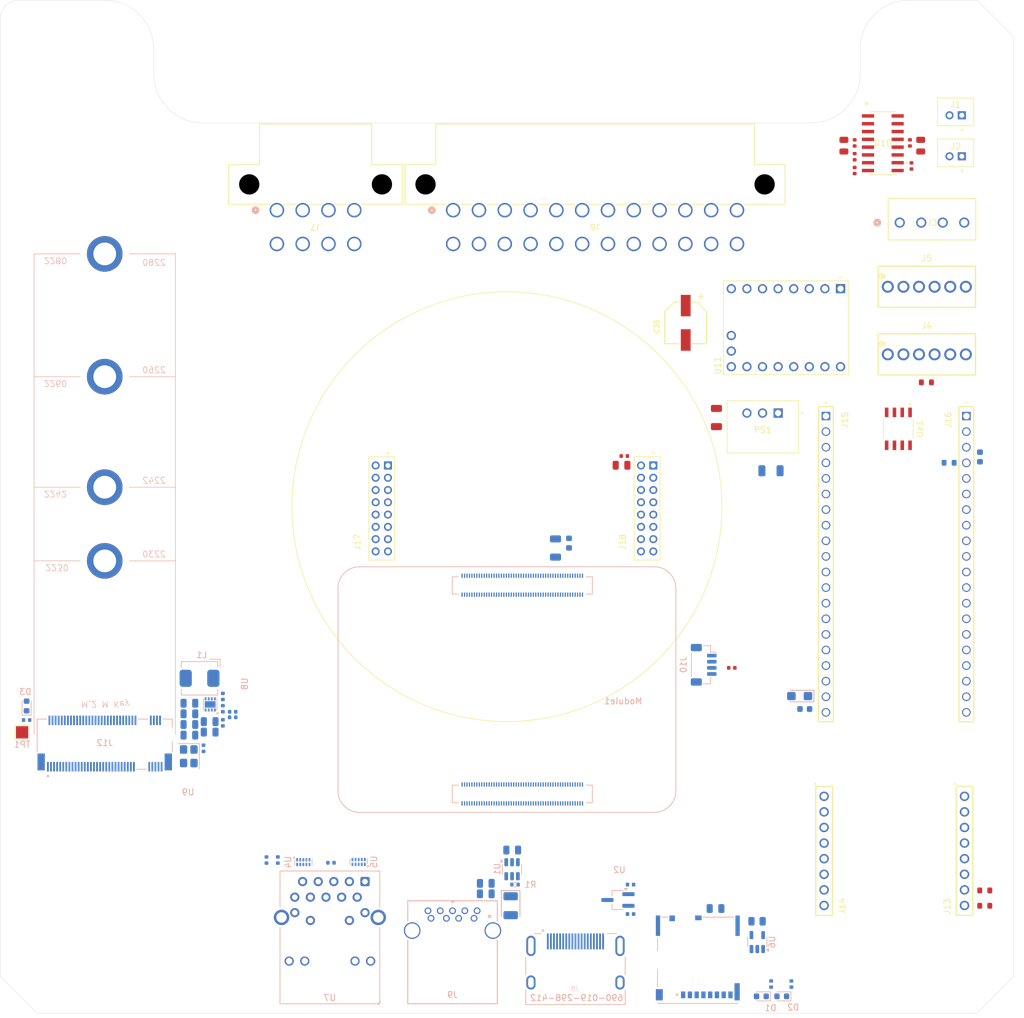
<source format=kicad_pcb>
(kicad_pcb (version 20241229) (generator "pcbnew") (generator_version "9.0")
  (layers (0 "F.Cu" signal) (4 "In1.Cu" power "L1.Cu") (6 "In2.Cu" power "L2.Cu") (2 "B.Cu" signal) (13 "F.Paste" user) (15 "B.Paste" user) (5 "F.SilkS" user "F.Silkscreen") (7 "B.SilkS" user "B.Silkscreen") (1 "F.Mask" user) (3 "B.Mask" user) (25 "Edge.Cuts" user))
  (net 0 "")
  (net 1 "GND")
  (net 2 "/CM5_GPIO ( Ethernet, GPIO, SDCARD)/VBAT")
  (net 3 "/CM5_HighSpeed/VBUS")
  (net 4 "/CM5_GPIO ( Ethernet, GPIO, SDCARD)/SD_PWR")
  (net 5 "/PCIe-M2/M2_3v3")
  (net 6 "/PCIe-M2/FB")
  (net 7 "/CM5_HighSpeed/HDMI_5v")
  (net 8 "Net-(D1-K)")
  (net 9 "Net-(D2-K)")
  (net 10 "Net-(D3-K)")
  (net 11 "/CM5_GPIO ( Ethernet, GPIO, SDCARD)/nRPIBOOT")
  (net 12 "/+12v")
  (net 13 "/CM5_GPIO ( Ethernet, GPIO, SDCARD)/SYNC_OUT")
  (net 14 "/CM5_GPIO ( Ethernet, GPIO, SDCARD)/PMIC_ENABLE")
  (net 15 "/CM5_GPIO ( Ethernet, GPIO, SDCARD)/WL_nDis")
  (net 16 "/CM5_GPIO ( Ethernet, GPIO, SDCARD)/BT_nDis")
  (net 17 "/+5v")
  (net 18 "/CM5_HighSpeed/PCIE_RX_N")
  (net 19 "/CM5_HighSpeed/PCIE_RX_P")
  (net 20 "/CM5_HighSpeed/PCIE_TX_N")
  (net 21 "/CM5_HighSpeed/PCIE_TX_P")
  (net 22 "/CM5_HighSpeed/PCIE_nCLKREQ")
  (net 23 "/CM5_HighSpeed/PCIE_CLK_N")
  (net 24 "/CM5_HighSpeed/PCIE_CLK_P")
  (net 25 "/CM5_HighSpeed/DPHY0_D0_N")
  (net 26 "/CM5_HighSpeed/DPHY0_D0_P")
  (net 27 "/CM5_HighSpeed/DPHY0_D1_N")
  (net 28 "/CM5_HighSpeed/DPHY0_D1_P")
  (net 29 "/CM5_HighSpeed/DPHY0_C_N")
  (net 30 "/CM5_HighSpeed/DPHY0_C_P")
  (net 31 "/CM5_HighSpeed/DPHY0_D2_N")
  (net 32 "/CM5_HighSpeed/DPHY0_D2_P")
  (net 33 "/CM5_HighSpeed/DPHY0_D3_N")
  (net 34 "/CM5_HighSpeed/DPHY0_D3_P")
  (net 35 "/CM5_GPIO ( Ethernet, GPIO, SDCARD)/ID_SC")
  (net 36 "/CM5_GPIO ( Ethernet, GPIO, SDCARD)/ID_SD")
  (net 37 "/CM5_GPIO ( Ethernet, GPIO, SDCARD)/SD_DAT1")
  (net 38 "/CM5_GPIO ( Ethernet, GPIO, SDCARD)/SD_DAT0")
  (net 39 "/CM5_GPIO ( Ethernet, GPIO, SDCARD)/SD_CLK")
  (net 40 "/CM5_GPIO ( Ethernet, GPIO, SDCARD)/SD_CMD")
  (net 41 "/CM5_GPIO ( Ethernet, GPIO, SDCARD)/SD_DAT3")
  (net 42 "/CM5_GPIO ( Ethernet, GPIO, SDCARD)/SD_DAT2")
  (net 43 "/CM5_GPIO ( Ethernet, GPIO, SDCARD)/GPIO4")
  (net 44 "/CM5_GPIO ( Ethernet, GPIO, SDCARD)/GPIO14")
  (net 45 "/CM5_GPIO ( Ethernet, GPIO, SDCARD)/GPIO15")
  (net 46 "/CM5_GPIO ( Ethernet, GPIO, SDCARD)/GPIO17")
  (net 47 "/CM5_GPIO ( Ethernet, GPIO, SDCARD)/GPIO27")
  (net 48 "/CM5_GPIO ( Ethernet, GPIO, SDCARD)/GPIO23")
  (net 49 "/CM5_GPIO ( Ethernet, GPIO, SDCARD)/GPIO10")
  (net 50 "/CM5_GPIO ( Ethernet, GPIO, SDCARD)/GPIO9")
  (net 51 "/CM5_GPIO ( Ethernet, GPIO, SDCARD)/GPIO25")
  (net 52 "/CM5_GPIO ( Ethernet, GPIO, SDCARD)/GPIO11")
  (net 53 "/CM5_GPIO ( Ethernet, GPIO, SDCARD)/GPIO8")
  (net 54 "/CM5_GPIO ( Ethernet, GPIO, SDCARD)/GPIO7")
  (net 55 "/CM5_GPIO ( Ethernet, GPIO, SDCARD)/GPIO5")
  (net 56 "/CM5_GPIO ( Ethernet, GPIO, SDCARD)/GPIO6")
  (net 57 "/CM5_GPIO ( Ethernet, GPIO, SDCARD)/GPIO12")
  (net 58 "/CM5_GPIO ( Ethernet, GPIO, SDCARD)/GPIO13")
  (net 59 "/CM5_GPIO ( Ethernet, GPIO, SDCARD)/GPIO16")
  (net 60 "/CM5_GPIO ( Ethernet, GPIO, SDCARD)/TR1_TAP")
  (net 61 "/CM5_GPIO ( Ethernet, GPIO, SDCARD)/TR2_TAP")
  (net 62 "/CM5_GPIO ( Ethernet, GPIO, SDCARD)/TR0_TAP")
  (net 63 "/CM5_GPIO ( Ethernet, GPIO, SDCARD)/TR3_TAP")
  (net 64 "/CM5_HighSpeed/HDMI1_HOTPLUG")
  (net 65 "/CM5_HighSpeed/HDMI1_SDA")
  (net 66 "/CM5_HighSpeed/HDMI1_SCL")
  (net 67 "/CM5_HighSpeed/HDMI1_CEC")
  (net 68 "/CM5_HighSpeed/HDMI1_CK_N")
  (net 69 "/CM5_HighSpeed/HDMI1_CK_P")
  (net 70 "/CM5_HighSpeed/HDMI1_D0_N")
  (net 71 "/CM5_HighSpeed/HDMI1_D0_P")
  (net 72 "/CM5_HighSpeed/HDMI1_D1_N")
  (net 73 "/CM5_HighSpeed/HDMI1_D1_P")
  (net 74 "/CM5_HighSpeed/HDMI1_D2_N")
  (net 75 "/CM5_HighSpeed/HDMI1_D2_P")
  (net 76 "/CM5_HighSpeed/USB3-0-D_N")
  (net 77 "/CM5_HighSpeed/USB3-0-D_P")
  (net 78 "/CM5_HighSpeed/USB3-0-RX_N")
  (net 79 "/CM5_HighSpeed/USB3-0-RX_P")
  (net 80 "/CM5_HighSpeed/USB3-0-TX_N")
  (net 81 "/CM5_HighSpeed/USB3-0-TX_P")
  (net 82 "/HPR")
  (net 83 "/CM5_HighSpeed/USB3-1-RX_N")
  (net 84 "/CM5_HighSpeed/USB3-1-RX_P")
  (net 85 "/CM5_HighSpeed/USB3-1-TX_N")
  (net 86 "/CM5_HighSpeed/USB3-1-TX_P")
  (net 87 "/CM5_GPIO ( Ethernet, GPIO, SDCARD)/TACHO")
  (net 88 "/CM5_GPIO ( Ethernet, GPIO, SDCARD)/PWM")
  (net 89 "/CM5_HighSpeed/DPHY1_D0_N")
  (net 90 "/CM5_HighSpeed/DPHY1_D0_P")
  (net 91 "/CM5_HighSpeed/DPHY1_D1_N")
  (net 92 "/CM5_HighSpeed/DPHY1_D1_P")
  (net 93 "/CM5_HighSpeed/DPHY1_C_N")
  (net 94 "/CM5_HighSpeed/DPHY1_C_P")
  (net 95 "/CM5_HighSpeed/DPHY1_D2_N")
  (net 96 "/CM5_HighSpeed/DPHY1_D2_P")
  (net 97 "/CM5_HighSpeed/DPHY1_D3_N")
  (net 98 "/CM5_HighSpeed/DPHY1_D3_P")
  (net 99 "/CM5_HighSpeed/HDMI0_HOTPLUG")
  (net 100 "/CM5_HighSpeed/HDMI0_SDA")
  (net 101 "/CM5_HighSpeed/HDMI0_SCL")
  (net 102 "/CM5_HighSpeed/HDMI0_CEC")
  (net 103 "/CM5_HighSpeed/HDMI0_CK_N")
  (net 104 "/CM5_HighSpeed/HDMI0_CK_P")
  (net 105 "/CM5_HighSpeed/HDMI0_D0_N")
  (net 106 "/CM5_HighSpeed/HDMI0_D0_P")
  (net 107 "/CM5_HighSpeed/HDMI0_D1_N")
  (net 108 "/CM5_HighSpeed/HDMI0_D1_P")
  (net 109 "/CM5_HighSpeed/HDMI0_D2_N")
  (net 110 "/CM5_HighSpeed/HDMI0_D2_P")
  (net 111 "/CM5_GPIO ( Ethernet, GPIO, SDCARD)/TRD3_P")
  (net 112 "/CM5_GPIO ( Ethernet, GPIO, SDCARD)/TRD1_P")
  (net 113 "/CM5_GPIO ( Ethernet, GPIO, SDCARD)/TRD3_N")
  (net 114 "/CM5_GPIO ( Ethernet, GPIO, SDCARD)/TRD1_N")
  (net 115 "/CM5_GPIO ( Ethernet, GPIO, SDCARD)/TRD2_N")
  (net 116 "/CM5_GPIO ( Ethernet, GPIO, SDCARD)/TRD0_N")
  (net 117 "/CM5_GPIO ( Ethernet, GPIO, SDCARD)/TRD2_P")
  (net 118 "/CM5_GPIO ( Ethernet, GPIO, SDCARD)/TRD0_P")
  (net 119 "/CM5_GPIO ( Ethernet, GPIO, SDCARD)/ETH_LEDY")
  (net 120 "/CM5_GPIO ( Ethernet, GPIO, SDCARD)/ETH_LEDG")
  (net 121 "Net-(Module1A-LED_nACT)")
  (net 127 "/CM5_GPIO ( Ethernet, GPIO, SDCARD)/SD_PWR_ON")
  (net 128 "/CM5_GPIO ( Ethernet, GPIO, SDCARD)/nPWR_LED")
  (net 129 "/CM5_HighSpeed/PCIE_PWR_EN")
  (net 130 "/CM5_HighSpeed/PCIE_nWAKE")
  (net 131 "/CM5_HighSpeed/PCIE_nRST")
  (net 132 "/CM5_HighSpeed/VBUS_EN")
  (net 133 "/HPL")
  (net 134 "/CM5_GPIO ( Ethernet, GPIO, SDCARD)/+3.3v_P")
  (net 135 "/PAM8406DR_Amp/OUT_R-")
  (net 136 "/PAM8406DR_Amp/OUT_R+")
  (net 137 "/PAM8406DR_Amp/OUT_L+")
  (net 138 "/PAM8406DR_Amp/OUT_L-")
  (net 139 "/n_IA")
  (net 140 "/n_INT")
  (net 141 "/+3.3v_ESP32")
  (net 142 "/BNO086/SI")
  (net 143 "/BNO086/CS")
  (net 144 "/BNO086/SO")
  (net 145 "/BNO086/WAK")
  (net 146 "/BNO086/SCK")
  (net 147 "/n_SenseSDA")
  (net 148 "/n_EN")
  (net 149 "/n_Dir")
  (net 150 "/n_SenseSCL")
  (net 151 "/n_RST")
  (net 152 "/n_Step")
  (net 153 "/n_IB")
  (net 155 "/CM5_GPIO ( Ethernet, GPIO, SDCARD)/CC2")
  (net 157 "/CM5_GPIO ( Ethernet, GPIO, SDCARD)/CC1")
  (net 158 "Net-(Module1A-+1.8v_(Output)-Pad88)")
  (net 159 "/n_A0")
  (net 161 "/T")
  (net 163 "/PWR_BUT")
  (net 164 "/n_AB")
  (net 165 "/n_AR")
  (net 166 "/n_AG")
  (net 167 "/USB3-1-D_N")
  (net 168 "/USB3_1-D_P")
  (net 169 "Net-(Ue1-OA)")
  (net 170 "Net-(Ue1-OB)")
  (net 171 "/+9v")
  (net 172 "/n_UART")
  (net 173 "/TMC2209/A1")
  (net 174 "/TMC2209/B1")
  (net 175 "/TMC2209/A2")
  (net 176 "/TMC2209/B2")
  (net 178 "/USB2-D_P")
  (net 180 "/USB2-D_N")
  (net 188 "Net-(C12-Pad1)")
  (net 189 "Net-(C24-Pad2)")
  (net 190 "Net-(U10-INL)")
  (net 191 "Net-(U10-INR)")
  (net 225 "Net-(J12-SUSCLK)")
  (net 232 "Net-(J12-DAS{slash}~{DSS}{slash}~{LED1})")
  (net 284 "Net-(U8-LX)")
  (net 285 "Net-(U1-ILIM)")
  (net 286 "Net-(U7-LEDY_K)")
  (net 287 "Net-(U7-LEDG_K)")
  (footprint "Custom Components:JST_B2B-PH-K-S" (layer "F.Cu") (at 303.443333 237.33)
    (property "Reference" "J2")
    (property "Value" "B2B-PH-K-S")
  )
  (footprint "PCM_JLCPCB:R_0603" (layer "F.Cu") (at 308.18 359.95)
    (property "Reference" "R12" (hide yes))
    (property "Value" "5.1kΩ")
  )
  (footprint "PCM_JLCPCB:C_0402" (layer "F.Cu") (at 287 240.2 -90)
    (property "Reference" "C31" (hide yes))
    (property "Value" "100nF")
  )
  (footprint "PCM_JLCPCB:C_0402" (layer "F.Cu") (at 249.5 286.7)
    (property "Reference" "C26" (hide yes))
    (property "Value" "100nF")
  )
  (footprint "Custom Components:WCAP-ASLI_6.3X7.7_DXL_" (layer "F.Cu") (at 259.5 265 90)
    (property "Reference" "C35")
    (property "Value" "WCAP-ASLI_6.3X7.7")
  )
  (footprint "Custom Components:CONN_SD-5569-002_24_MOL" (layer "F.Cu") (at 221.642286 246.656801 180)
    (property "Reference" "J6")
    (property "Value" "39291247")
  )
  (footprint "Custom Components:SO-16_PAM8406_DIO" (layer "F.Cu") (at 291.587 235.755)
    (property "Reference" "U10")
    (property "Value" "PAM8406DR")
  )
  (footprint "Custom Components:61300811821" (layer "F.Cu") (at 282.025083 351.01 -90)
    (property "Reference" "J14")
    (property "Value" "6130XX11821_61300811821")
  )
  (footprint "Custom Components:AMPHENOL_63453-116LF" (layer "F.Cu") (at 210.022458 295.2375 90)
    (property "Reference" "J17")
    (property "Value" "63453-116LF")
  )
  (footprint "PCM_JLCPCB:R_0603" (layer "F.Cu") (at 308.18 357.45 180)
    (property "Reference" "R11" (hide yes))
    (property "Value" "5.1kΩ")
  )
  (footprint "Custom Components:CONN4_ED555&slash_4DS_SHT" (layer "F.Cu") (at 294.340433 248.677878)
    (property "Reference" "J3")
    (property "Value" "ED555/4DS")
  )
  (footprint "PCM_JLCPCB:C_0402" (layer "F.Cu") (at 296.25 239.45 90)
    (property "Reference" "C32" (hide yes))
    (property "Value" "100nF")
  )
  (footprint "Custom Components:SAMTEC_SSW-120-01-G-S-LL" (layer "F.Cu") (at 282.326833 280.188512 -90)
    (property "Reference" "J15")
    (property "Value" "SSW-120-01-G-S-LL")
  )
  (footprint "Custom Components:691210910006" (layer "F.Cu") (at 298.748333 259.128156)
    (property "Reference" "J5")
    (property "Value" "691210910006")
  )
  (footprint "Custom Components:MODULE_TMC2209_SILENTSTEPSTICK" (layer "F.Cu") (at 275.81 265.8 -90)
    (property "Reference" "U11")
    (property "Value" "TMC2209_SILENTSTEPSTICK")
  )
  (footprint "Custom Components:SOIC127P599X172-8N" (layer "F.Cu") (at 294.115 282.27 -90)
    (property "Reference" "Ue1")
    (property "Value" "L9110H")
  )
  (footprint "PCM_JLCPCB:R_0402" (layer "F.Cu") (at 267 321.2)
    (property "Reference" "R15" (hide yes))
    (property "Value" "10kΩ" (hide yes))
  )
  (footprint "Custom Components:691210910006" (layer "F.Cu") (at 298.748333 270.145834)
    (property "Reference" "J4")
    (property "Value" "691210910006")
  )
  (footprint "TestPoint:TestPoint_Pad_2.0x2.0mm" (layer "F.Cu") (at 151.465 331.7 180)
    (property "Reference" "TP1")
    (property "Value" "TestPoint")
  )
  (footprint "Custom Components:CONN_SD-5569-002_08_MOL" (layer "F.Cu") (at 192.942286 246.656801 180)
    (property "Reference" "J7")
    (property "Value" "39291087")
  )
  (footprint "PCM_JLCPCB:C_0805" (layer "F.Cu") (at 249.05 288.2)
    (property "Reference" "C25" (hide yes))
    (property "Value" "10uF")
  )
  (footprint "Custom Components:AMPHENOL_63453-116LF" (layer "F.Cu") (at 253.222458 295.2375 90)
    (property "Reference" "J18")
    (property "Value" "63453-116LF")
  )
  (footprint "PCM_JLCPCB:R_0603" (layer "F.Cu") (at 298.68 274.7)
    (property "Reference" "R13" (hide yes))
    (property "Value" "1MΩ")
  )
  (footprint "PCM_JLCPCB:C_0805" (layer "F.Cu") (at 285.25 236.15 -90)
    (property "Reference" "C30" (hide yes))
    (property "Value" "10uF")
  )
  (footprint "Custom Components:61300811821" (layer "F.Cu") (at 304.885083 351.01 -90)
    (property "Reference" "J13")
    (property "Value" "6130XX11821_61300811821")
  )
  (footprint "PCM_JLCPCB:C_0402" (layer "F.Cu") (at 287 237.95 -90)
    (property "Reference" "C29" (hide yes))
    (property "Value" "100nF")
  )
  (footprint "PCM_JLCPCB:C_0402" (layer "F.Cu") (at 287 235.7 -90)
    (property "Reference" "C28" (hide yes))
    (property "Value" "100nF")
  )
  (footprint "PCM_JLCPCB:C_0402" (layer "F.Cu") (at 296 235.7 -90)
    (property "Reference" "C33" (hide yes))
    (property "Value" "100nF")
  )
  (footprint "PCM_JLCPCB:C_1206" (layer "F.Cu") (at 264.5 280.43 -90)
    (property "Reference" "C2" (hide yes))
    (property "Value" "10uF")
  )
  (footprint "Custom Components:SAMTEC_SSW-120-01-G-S-LL" (layer "F.Cu") (at 305.186833 280.188512 -90)
    (property "Reference" "J16")
    (property "Value" "SSW-120-01-G-S-LL")
  )
  (footprint "Custom Components:JST_B2B-PH-K-S" (layer "F.Cu") (at 303.443333 230.655)
    (property "Reference" "J1")
    (property "Value" "B2B-PH-K-S")
  )
  (footprint "PCM_JLCPCB:C_0805" (layer "F.Cu") (at 297.75 236.15 -90)
    (property "Reference" "C34" (hide yes))
    (property "Value" "10uF")
  )
  (footprint "Custom Components:CONV_R-78E9.0-0.5" (layer "F.Cu") (at 272 281.95 180)
    (property "Reference" "PS1")
    (property "Value" "R-78E9.0-0.5")
  )
  (footprint "PCM_JLCPCB:C_0805" (layer "B.Cu") (at 226.95 356.3 180)
    (property "Reference" "C5" (hide yes))
    (property "Value" "10uF")
  )
  (footprint "PCM_JLCPCB:C_1206" (layer "B.Cu") (at 273.38 289.1 180)
    (property "Reference" "C1" (hide yes))
    (property "Value" "10uF")
  )
  (footprint "PCM_JLCPCB:C_0805" (layer "B.Cu") (at 182 329.9575 180)
    (property "Reference" "C14" (hide yes))
    (property "Value" "10uF")
  )
  (footprint "Package_TO_SOT_SMD:SOT-23-5" (layer "B.Cu") (at 271.15 365.8625 90)
    (property "Reference" "U6")
    (property "Value" "RT9742GGJ5")
  )
  (footprint "Custom Components:484050003_MOL" (layer "B.Cu") (at 225.036667 361.9898 180)
    (property "Reference" "J9")
    (property "Value" "484050003")
  )
  (footprint "LED_SMD:LED_0603_1608Metric" (layer "B.Cu") (at 152.2 327.4125 90)
    (property "Reference" "D3")
    (property "Value" "LED Green")
  )
  (footprint "LED_SMD:LED_0603_1608Metric" (layer "B.Cu") (at 271.8125 374.7 180)
    (property "Reference" "D1")
    (property "Value" "LED Green")
  )
  (footprint "PCM_JLCPCB:C_0805" (layer "B.Cu") (at 178.7 328.690833)
    (property "Reference" "C19" (hide yes))
    (property "Value" "10uF")
  )
  (footprint "Crystal:Crystal_SMD_3225-4Pin_3.2x2.5mm" (layer "B.Cu") (at 178.6 335.6 -90)
    (property "Reference" "U9")
    (property "Value" "ASEK-32.768KHZ-L-R-T")
  )
  (footprint "PCM_JLCPCB:R_0402" (layer "B.Cu") (at 185.75 328.3575 180)
    (property "Reference" "R8" (hide yes))
    (property "Value" "10kΩ" (hide yes))
  )
  (footprint "CM5IO:SDCARD_MOLEX_503398-1892" (layer "B.Cu") (at 261.463333 368.835)
    (property "Reference" "J11")
    (property "Value" "Micro_SD_Card_Det")
  )
  (footprint "PCM_JLCPCB:C_0402" (layer "B.Cu") (at 250.52 361.3 180)
    (property "Reference" "C8" (hide yes))
    (property "Value" "100nF")
  )
  (footprint "PCM_JLCPCB:R_0402" (layer "B.Cu") (at 193.1 352.5 -90)
    (property "Reference" "R6" (hide yes))
    (property "Value" "470Ω" (hide yes))
  )
  (footprint "PCM_JLCPCB:C_0402" (layer "B.Cu") (at 201.75 352.95 180)
    (property "Reference" "C12" (hide yes))
    (property "Value" "100nF")
  )
  (footprint "PCM_JLCPCB:C_0805" (layer "B.Cu") (at 231.25 350.88)
    (property "Reference" "C3" (hide yes))
    (property "Value" "10uF")
  )
  (footprint "PCM_JLCPCB:R_0402" (layer "B.Cu") (at 276.7 372.7 90)
    (property "Reference" "R4" (hide yes))
    (property "Value" "1kΩ" (hide yes))
  )
  (footprint "Package_SON:USON-10_2.5x1.0mm_P0.5mm" (layer "B.Cu") (at 206.25 352.815 90)
    (property "Reference" "U5")
    (property "Value" "TPD4EUSB30")
  )
  (footprint "PCM_JLCPCB:C_CASE-B-3528-21(mm)" (layer "B.Cu") (at 231 359.94 -90)
    (property "Reference" "C4" (hide yes))
    (property "Value" "100nF")
  )
  (footprint "CM5IO:M.2 M Key socket" (layer "B.Cu") (at 164.918333 332.027)
    (property "Reference" "J12")
    (property "Value" "Bus_M.2_Socket_M")
  )
  (footprint "CM5IO:Raspberry-Pi-5-Compute-Module" (layer "B.Cu") (at 254.393333 308.2375 -90)
    (property "Reference" "Module1")
    (property "Value" "ComputeModule5-CM5")
  )
  (footprint "Connector_JST:JST_SH_BM04B-SRSS-TB_1x04-1MP_P1.00mm_Vertical" (layer "B.Cu") (at 262.425 320.7 -90)
    (property "Reference" "J10")
    (property "Value" "JST_SHBM04B-SRSS-TB")
  )
  (footprint "PCM_JLCPCB:R_0402" (layer "B.Cu") (at 191.25 352.5 -90)
    (property "Reference" "R5" (hide yes))
    (property "Value" "470Ω" (hide yes))
  )
  (footprint "PCM_JLCPCB:C_0805" (layer "B.Cu") (at 264.35 360.4 180)
    (property "Reference" "C11" (hide yes))
    (property "Value" "10uF")
  )
  (footprint "PCM_JLCPCB:C_0402" (layer "B.Cu") (at 184.15 330.1575 -90)
    (property "Reference" "C15" (hide yes))
    (property "Value" "100nF")
  )
  (footprint "CM5IO:TRJG0926HENL" (layer "B.Cu") (at 201.573333 364.9 180)
    (property "Reference" "U7")
    (property "Value" "MagJack-A70-112-331N126")
  )
  (footprint "PCM_JLCPCB:C_0805" (layer "B.Cu") (at 226.95 358 180)
    (property "Reference" "C6" (hide yes))
    (property "Value" "10uF")
  )
  (footprint "CM5IO:EDAC 690-019-298-412" (layer "B.Cu") (at 241.55 366.485 180)
    (property "Reference" "J8")
    (property "Value" "690-019-298-412")
  )
  (footprint "PCM_JLCPCB:C_CASE-A-3216-18(mm)" (layer "B.Cu") (at 278.05 325.8 180)
    (property "Reference" "C22" (hide yes))
    (property "Value" "10uF")
  )
  (footprint "PCM_JLCPCB:C_0805" (layer "B.Cu") (at 178.7 332.1575)
    (property "Reference" "C17" (hide yes))
    (property "Value" "10uF")
  )
  (footprint "PCM_JLCPCB:R_0402" (layer "B.Cu") (at 184.15 327.8575 90)
    (property "Reference" "R9" (hide yes))
    (property "Value" "2.2kΩ" (hide yes))
  )
  (footprint "PCM_JLCPCB:R_0603" (layer "B.Cu") (at 302.38 287.8 180)
    (property "Reference" "R14" (hide yes))
    (property "Value" "470Ω")
  )
  (footprint "PCM_JLCPCB:R_0402" (layer "B.Cu") (at 273.4 372.7 90)
    (property "Reference" "R2" (hide yes))
    (property "Value" "1kΩ" (hide yes))
  )
  (footprint "PCM_JLCPCB:C_1206" (layer "B.Cu") (at 238.3 301.68 90)
    (property "Reference" "C9" (hide yes))
    (property "Value" "10uF")
  )
  (footprint "Package_TO_SOT_SMD:SOT-23-6" (layer "B.Cu") (at 231.226141 354 -90)
    (property "Reference" "U1")
    (property "Value" "AP22653W6")
  )
  (footprint "PCM_JLCPCB:C_0805" (layer "B.Cu") (at 178.7 330.424167)
    (property "Reference" "C18" (hide yes))
    (property "Value" "10uF")
  )
  (footprint "LED_SMD:LED_0603_1608Metric" (layer "B.Cu") (at 275.1375 374.7 180)
    (property "Reference" "D2")
    (property "Value" "LED Red")
  )
  (footprint "PCM_JLCPCB:C_0603" (layer "B.Cu") (at 278.88 327.9 180)
    (property "Reference" "C23" (hide yes))
    (property "Value" "100nF")
  )
  (footprint "PCM_JLCPCB:C_0402" (layer "B.Cu") (at 250.52 356.5 180)
    (property "Reference" "C7" (hide yes))
    (property "Value" "100nF")
  )
  (footprint "Package_SON:USON-10_2.5x1.0mm_P0.5mm" (layer "B.Cu") (at 197.25 352.84 -90)
    (property "Reference" "U4")
    (property "Value" "TPD4EUSB30")
  )
  (footprint "PCM_JLCPCB:C_0402" (layer "B.Cu") (at 185.75 329.2575 180)
    (property "Reference" "C16" (hide yes))
    (property "Value" "4.7nF")
  )
  (footprint "PCM_JLCPCB:C_0805" (layer "B.Cu") (at 182 331.6575 180)
    (property "Reference" "C13" (hide yes))
    (property "Value" "10uF")
  )
  (footprint "PCM_JLCPCB:C_0402" (layer "B.Cu") (at 181 334.3 -90)
    (property "Reference" "C21" (hide yes))
    (property "Value" "100nF")
  )
  (footprint "PCM_JLCPCB:C_0603" (layer "B.Cu") (at 307.4 286.85 -90)
    (property "Reference" "C24" (hide yes))
    (property "Value" "100nF")
  )
  (footprint "PCM_JLCPCB:R_0805" (layer "B.Cu") (at 271.11 362.475)
    (property "Reference" "R3" (hide yes))
    (property "Value" "13kΩ")
  )
  (footprint "PCM_JLCPCB:C_0603" (layer "B.Cu") (at 240.5 300.88 90)
    (property "Reference" "C10" (hide yes))
    (property "Value" "100nF")
  )
  (footprint "Resistor_SMD:R_0402_1005Metric" (layer "B.Cu") (at 231.71 356.5)
    (property "Reference" "R1")
    (property "Value" "15K 1%")
  )
  (footprint "PCM_JLCPCB:R_0402" (layer "B.Cu") (at 152.2 329.7)
    (property "Reference" "R10" (hide yes))
    (property "Value" "1kΩ" (hide yes))
  )
  (footprint "PCM_JLCPCB:R_0402" (layer "B.Cu") (at 184.15 325.8575 -90)
    (property "Reference" "R7" (hide yes))
    (property "Value" "100kΩ" (hide yes))
  )
  (footprint "PCM_JLCPCB:C_0805" (layer "B.Cu") (at 178.7 326.9575)
    (property "Reference" "C20" (hide yes))
    (property "Value" "10uF")
  )
  (footprint "Package_DFN_QFN:DFN-8-1EP_2x2mm_P0.5mm_EP1.05x1.75mm" (layer "B.Cu") (at 182.0875 327.1575 90)
    (property "Reference" "U8")
    (property "Value" "AP3441SHE-7B")
  )
  (footprint "CM5IO:L_Bourns_SRP5030CC" (layer "B.Cu") (at 180.35 322.9 180)
    (property "Reference" "L1")
    (property "Value" "2.2uH")
  )
  (footprint "Package_TO_SOT_SMD:TSOT-23_HandSoldering" (layer "B.Cu") (at 248.46 359.0075 180)
    (property "Reference" "U2")
    (property "Value" "RT9742SNGV")
  )
  (gr_circle (center 230.393333 294.95) (end 265.393333 294.95) (stroke (width 0.12)) (fill no) (layer "F.SilkS"))
  (gr_line (start 306.893333 377.45) (end 153.893333 377.45) (stroke (width 0.05)) (layer "Edge.Cuts"))
  (gr_line (start 172.893333 220.45) (end 172.893333 224.45) (stroke (width 0.05)) (layer "Edge.Cuts"))
  (gr_line (start 180.893333 232.45) (end 279.893333 232.45) (stroke (width 0.05)) (layer "Edge.Cuts"))
  (gr_line (start 312.893333 218.45) (end 312.893333 371.45) (stroke (width 0.05)) (layer "Edge.Cuts"))
  (gr_line (start 153.893333 377.45) (end 147.893333 371.45) (stroke (width 0.05)) (layer "Edge.Cuts"))
  (gr_arc (start 180.893333 232.45) (mid 175.236457 230.106866) (end 172.893333 224.45) (stroke (width 0.05)) (layer "Edge.Cuts"))
  (gr_arc (start 287.893333 224.45) (mid 285.550189 230.106866) (end 279.893333 232.45) (stroke (width 0.05)) (layer "Edge.Cuts"))
  (gr_line (start 147.893333 215.45) (end 147.893333 371.45) (stroke (width 0.05)) (layer "Edge.Cuts"))
  (gr_line (start 150.893333 212.45) (end 164.893333 212.45) (stroke (width 0.05)) (layer "Edge.Cuts"))
  (gr_arc (start 287.893333 220.45) (mid 290.236481 214.793157) (end 295.893333 212.45) (stroke (width 0.05)) (layer "Edge.Cuts"))
  (gr_line (start 295.893333 212.45) (end 306.893333 212.45) (stroke (width 0.05)) (layer "Edge.Cuts"))
  (gr_arc (start 164.893333 212.45) (mid 170.550166 214.793157) (end 172.893333 220.45) (stroke (width 0.05)) (layer "Edge.Cuts"))
  (gr_line (start 306.893333 377.45) (end 312.893333 371.45) (stroke (width 0.05)) (layer "Edge.Cuts"))
  (gr_line (start 306.893333 212.45) (end 312.893333 218.45) (stroke (width 0.05)) (layer "Edge.Cuts"))
  (gr_line (start 287.893333 220.45) (end 287.893333 224.45) (stroke (width 0.05)) (layer "Edge.Cuts"))
  (gr_arc (start 147.893333 215.45) (mid 148.772015 213.328691) (end 150.893333 212.45) (stroke (width 0.05)) (layer "Edge.Cuts"))
)
</source>
